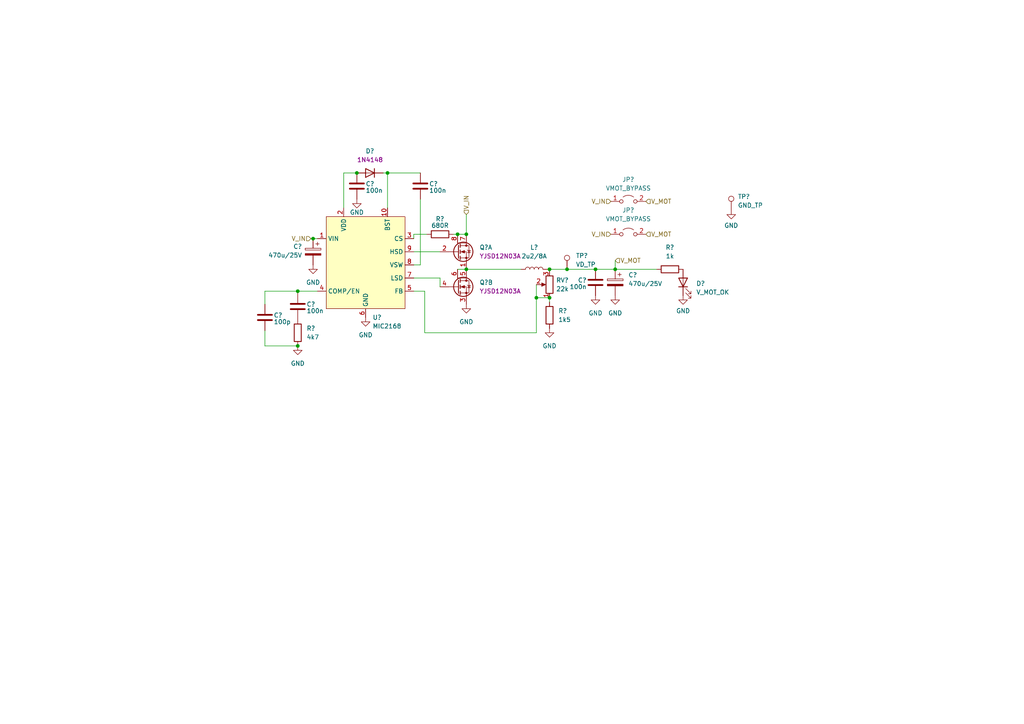
<source format=kicad_sch>
(kicad_sch (version 20230121) (generator eeschema)
  (paper "A4")
  (title_block (title "Motor Power Supply") (date "2023-04-06") (rev "V1.0") (comment 1 "Zuzanna Kunikowska") (comment 2 "Mateusz Wójcik"))
  (lib_symbols
    (symbol "Connector:TestPoint" (pin_numbers hide) (pin_names (offset 0.762) hide)
      (property "Reference" "TP" (at 0 6.858 0))
      (property "Value" "TestPoint" (at 0 5.08 0))
      (symbol "TestPoint_0_1"
        (circle (center 0 3.302) (radius 0.762))
      )
      (symbol "TestPoint_1_1"
        (pin passive line (at 0 0 90) (length 2.54) (name "1") (number "1"))
      )
    )
    (symbol "Device:C" (pin_numbers hide) (pin_names (offset 0.254))
      (property "Reference" "C" (at 0.635 2.54 0))
      (property "Value" "C" (at 0.635 -2.54 0))
      (symbol "C_0_1"
        (polyline (pts (xy -2.032 -0.762) (xy 2.032 -0.762)) (stroke (width 0.508)))
        (polyline (pts (xy -2.032 0.762) (xy 2.032 0.762)) (stroke (width 0.508)))
      )
      (symbol "C_1_1"
        (pin passive line (at 0 3.81 270) (length 2.794) (name "~") (number "1"))
        (pin passive line (at 0 -3.81 90) (length 2.794) (name "~") (number "2"))
      )
    )
    (symbol "Device:C_Polarized" (pin_numbers hide) (pin_names (offset 0.254))
      (property "Reference" "C" (at 0.635 2.54 0))
      (property "Value" "C_Polarized" (at 0.635 -2.54 0))
      (symbol "C_Polarized_0_1"
        (rectangle (start -2.286 0.508) (end 2.286 1.016))
        (polyline (pts (xy -1.778 2.286) (xy -0.762 2.286)))
        (polyline (pts (xy -1.27 2.794) (xy -1.27 1.778)))
        (rectangle (start 2.286 -0.508) (end -2.286 -1.016) (fill (type outline)))
      )
      (symbol "C_Polarized_1_1"
        (pin passive line (at 0 3.81 270) (length 2.794) (name "~") (number "1"))
        (pin passive line (at 0 -3.81 90) (length 2.794) (name "~") (number "2"))
      )
    )
    (symbol "Device:D" (pin_numbers hide) (pin_names (offset 1.016) hide)
      (property "Reference" "D" (at 0 2.54 0))
      (property "Value" "D" (at 0 -2.54 0))
      (symbol "D_0_1"
        (polyline (pts (xy -1.27 1.27) (xy -1.27 -1.27)) (stroke (width 0.254)))
        (polyline (pts (xy 1.27 0) (xy -1.27 0)))
        (polyline (pts (xy 1.27 1.27) (xy 1.27 -1.27) (xy -1.27 0) (xy 1.27 1.27)) (stroke (width 0.254)))
      )
      (symbol "D_1_1"
        (pin passive line (at -3.81 0 0) (length 2.54) (name "K") (number "1"))
        (pin passive line (at 3.81 0 180) (length 2.54) (name "A") (number "2"))
      )
    )
    (symbol "Device:L" (pin_numbers hide) (pin_names (offset 1.016) hide)
      (property "Reference" "L" (at -1.27 0 90))
      (property "Value" "L" (at 1.905 0 90))
      (symbol "L_0_1"
        (arc (start 0 -2.54) (mid 0.6323 -1.905) (end 0 -1.27))
        (arc (start 0 -1.27) (mid 0.6323 -0.635) (end 0 0))
        (arc (start 0 0) (mid 0.6323 0.635) (end 0 1.27))
        (arc (start 0 1.27) (mid 0.6323 1.905) (end 0 2.54))
      )
      (symbol "L_1_1"
        (pin passive line (at 0 3.81 270) (length 1.27) (name "1") (number "1"))
        (pin passive line (at 0 -3.81 90) (length 1.27) (name "2") (number "2"))
      )
    )
    (symbol "Device:LED" (pin_numbers hide) (pin_names (offset 1.016) hide)
      (property "Reference" "D" (at 0 2.54 0))
      (property "Value" "LED" (at 0 -2.54 0))
      (symbol "LED_0_1"
        (polyline (pts (xy -1.27 -1.27) (xy -1.27 1.27)) (stroke (width 0.254)))
        (polyline (pts (xy -1.27 0) (xy 1.27 0)))
        (polyline (pts (xy 1.27 -1.27) (xy 1.27 1.27) (xy -1.27 0) (xy 1.27 -1.27)) (stroke (width 0.254)))
        (polyline (pts (xy -3.048 -0.762) (xy -4.572 -2.286) (xy -3.81 -2.286) (xy -4.572 -2.286) (xy -4.572 -1.524)))
        (polyline (pts (xy -1.778 -0.762) (xy -3.302 -2.286) (xy -2.54 -2.286) (xy -3.302 -2.286) (xy -3.302 -1.524)))
      )
      (symbol "LED_1_1"
        (pin passive line (at -3.81 0 0) (length 2.54) (name "K") (number "1"))
        (pin passive line (at 3.81 0 180) (length 2.54) (name "A") (number "2"))
      )
    )
    (symbol "Device:R" (pin_numbers hide) (pin_names (offset 0))
      (property "Reference" "R" (at 2.032 0 90))
      (property "Value" "R" (at 0 0 90))
      (symbol "R_0_1"
        (rectangle (start -1.016 -2.54) (end 1.016 2.54) (stroke (width 0.254)))
      )
      (symbol "R_1_1"
        (pin passive line (at 0 3.81 270) (length 1.27) (name "~") (number "1"))
        (pin passive line (at 0 -3.81 90) (length 1.27) (name "~") (number "2"))
      )
    )
    (symbol "Device:R_Potentiometer" (pin_names (offset 1.016) hide)
      (property "Reference" "RV" (at -4.445 0 90))
      (property "Value" "R_Potentiometer" (at -2.54 0 90))
      (symbol "R_Potentiometer_0_1"
        (polyline (pts (xy 2.54 0) (xy 1.524 0)))
        (polyline (pts (xy 1.143 0) (xy 2.286 0.508) (xy 2.286 -0.508) (xy 1.143 0)) (fill (type outline)))
        (rectangle (start 1.016 2.54) (end -1.016 -2.54) (stroke (width 0.254)))
      )
      (symbol "R_Potentiometer_1_1"
        (pin passive line (at 0 3.81 270) (length 1.27) (name "1") (number "1"))
        (pin passive line (at 3.81 0 180) (length 1.27) (name "2") (number "2"))
        (pin passive line (at 0 -3.81 90) (length 1.27) (name "3") (number "3"))
      )
    )
    (symbol "Jumper:Jumper_2_Open" (pin_names (offset 0) hide)
      (property "Reference" "JP" (at 0 2.794 0))
      (property "Value" "Jumper_2_Open" (at 0 -2.286 0))
      (symbol "Jumper_2_Open_0_0"
        (circle (center -2.032 0) (radius 0.508))
        (circle (center 2.032 0) (radius 0.508))
      )
      (symbol "Jumper_2_Open_0_1"
        (arc (start 1.524 1.27) (mid 0 1.778) (end -1.524 1.27))
      )
      (symbol "Jumper_2_Open_1_1"
        (pin passive line (at -5.08 0 0) (length 2.54) (name "A") (number "1"))
        (pin passive line (at 5.08 0 180) (length 2.54) (name "B") (number "2"))
      )
    )
    (symbol "kicad-library:MIC2168"
      (property "Reference" "U?" (at 8.3694 -35.56 0))
      (property "Value" "MIC2168" (at 8.3694 -38.1 0))
      (symbol "MIC2168_0_1"
        (rectangle (start -5.08 -6.35) (end 17.78 -33.02) (fill (type background)))
      )
      (symbol "MIC2168_1_1"
        (pin power_in line (at -7.62 -12.7 0) (length 2.54) (name "VIN") (number "1"))
        (pin power_out line (at 12.7 -3.81 270) (length 2.54) (name "BST") (number "10"))
        (pin power_out line (at 0 -3.81 270) (length 2.54) (name "VDD") (number "2"))
        (pin input line (at 20.32 -12.7 180) (length 2.54) (name "CS") (number "3"))
        (pin input line (at -7.62 -27.94 0) (length 2.54) (name "COMP/EN") (number "4"))
        (pin input line (at 20.32 -27.94 180) (length 2.54) (name "FB") (number "5"))
        (pin power_out line (at 6.35 -35.56 90) (length 2.54) (name "GND") (number "6"))
        (pin output line (at 20.32 -24.13 180) (length 2.54) (name "LSD") (number "7"))
        (pin input line (at 20.32 -20.32 180) (length 2.54) (name "VSW") (number "8"))
        (pin output line (at 20.32 -16.51 180) (length 2.54) (name "HSD") (number "9"))
      )
    )
    (symbol "kicad-library:YJSD12N03A" (pin_names (offset 0) hide)
      (property "Reference" "Q" (at 5.08 1.27 0))
      (property "MPN" "YJSD12N03A" (at 0 0 0))
      (symbol "YJSD12N03A_0_1"
        (polyline (pts (xy 0.254 0) (xy -2.54 0)))
        (polyline (pts (xy 0.254 1.905) (xy 0.254 -1.905)) (stroke (width 0.254)))
        (polyline (pts (xy 0.762 -1.27) (xy 0.762 -2.286)) (stroke (width 0.254)))
        (polyline (pts (xy 0.762 0.508) (xy 0.762 -0.508)) (stroke (width 0.254)))
        (polyline (pts (xy 0.762 2.286) (xy 0.762 1.27)) (stroke (width 0.254)))
        (polyline (pts (xy 2.54 2.54) (xy 2.54 1.778)))
        (polyline (pts (xy 2.54 -2.54) (xy 2.54 0) (xy 0.762 0)))
        (polyline (pts (xy 0.762 -1.778) (xy 3.302 -1.778) (xy 3.302 1.778) (xy 0.762 1.778)))
        (polyline (pts (xy 1.016 0) (xy 2.032 0.381) (xy 2.032 -0.381) (xy 1.016 0)) (fill (type outline)))
        (polyline (pts (xy 2.794 0.508) (xy 2.921 0.381) (xy 3.683 0.381) (xy 3.81 0.254)))
        (polyline (pts (xy 3.302 0.381) (xy 2.921 -0.254) (xy 3.683 -0.254) (xy 3.302 0.381)))
        (circle (center 1.651 0) (radius 2.794) (stroke (width 0.254)))
        (circle (center 2.54 -1.778) (radius 0.254) (fill (type outline)))
        (circle (center 2.54 1.778) (radius 0.254) (fill (type outline)))
      )
      (symbol "YJSD12N03A_1_1"
        (polyline (pts (xy 0 2.54) (xy 2.54 2.54)))
        (pin passive line (at 2.54 -5.08 90) (length 2.54) (name "S1") (number "1"))
        (pin input line (at -5.08 0 0) (length 2.54) (name "G1") (number "2"))
        (pin passive line (at 2.54 5.08 270) (length 2.54) (name "D1") (number "7"))
        (pin passive line (at 0 5.08 270) (length 2.54) (name "D1") (number "8"))
      )
      (symbol "YJSD12N03A_2_1"
        (polyline (pts (xy 0 2.54) (xy 2.54 2.54)))
        (pin passive line (at 2.54 -5.08 90) (length 2.54) (name "S2") (number "3"))
        (pin input line (at -5.08 0 0) (length 2.54) (name "G2") (number "4"))
        (pin passive line (at 2.54 5.08 270) (length 2.54) (name "D2") (number "5"))
        (pin passive line (at 0 5.08 270) (length 2.54) (name "D2") (number "6"))
      )
    )
    (symbol "power:GND" (power) (pin_names (offset 0))
      (property "Value" "GND" (at 0 -3.81 0))
      (symbol "GND_0_1"
        (polyline (pts (xy 0 0) (xy 0 -1.27) (xy 1.27 -1.27) (xy 0 -2.54) (xy -1.27 -1.27) (xy 0 -1.27)))
      )
      (symbol "GND_1_1"
        (pin power_in line (at 0 0 270) (length 0) hide (name "GND") (number "1"))
      )
    )
  )
  (junction (at 135.255 78.105))
  (junction (at 103.505 50.165))
  (junction (at 155.575 86.36))
  (junction (at 164.465 78.105))
  (junction (at 112.395 50.165))
  (junction (at 90.805 69.215))
  (junction (at 159.385 78.105))
  (junction (at 135.255 67.945))
  (junction (at 172.72 78.105))
  (junction (at 159.385 86.36))
  (junction (at 86.36 100.33))
  (junction (at 86.36 84.455))
  (junction (at 132.715 67.945))
  (junction (at 178.435 78.105))
  (wire (pts (xy 90.17 69.215) (xy 90.805 69.215)))
  (wire (pts (xy 159.385 78.105) (xy 159.385 78.74)))
  (wire (pts (xy 178.435 78.105) (xy 190.5 78.105)))
  (wire (pts (xy 121.92 57.785) (xy 121.92 76.835)))
  (wire (pts (xy 132.715 67.945) (xy 135.255 67.945)))
  (wire (pts (xy 112.395 50.165) (xy 112.395 60.325)))
  (wire (pts (xy 112.395 50.165) (xy 121.92 50.165)))
  (wire (pts (xy 155.575 82.55) (xy 155.575 86.36)))
  (wire (pts (xy 159.385 86.36) (xy 159.385 87.63)))
  (wire (pts (xy 90.805 69.215) (xy 92.075 69.215)))
  (wire (pts (xy 120.015 67.945) (xy 120.015 69.215)))
  (wire (pts (xy 120.015 73.025) (xy 127.635 73.025)))
  (wire (pts (xy 76.835 88.265) (xy 76.835 84.455)))
  (wire (pts (xy 155.575 86.36) (xy 159.385 86.36)))
  (wire (pts (xy 127.635 83.185) (xy 127.635 80.645)))
  (wire (pts (xy 92.075 84.455) (xy 86.36 84.455)))
  (wire (pts (xy 123.19 96.52) (xy 155.575 96.52)))
  (wire (pts (xy 99.695 60.325) (xy 99.695 50.165)))
  (wire (pts (xy 131.445 67.945) (xy 132.715 67.945)))
  (wire (pts (xy 76.835 84.455) (xy 86.36 84.455)))
  (wire (pts (xy 158.75 78.105) (xy 159.385 78.105)))
  (wire (pts (xy 135.255 62.23) (xy 135.255 67.945)))
  (wire (pts (xy 135.255 78.105) (xy 151.13 78.105)))
  (wire (pts (xy 111.125 50.165) (xy 112.395 50.165)))
  (wire (pts (xy 76.835 95.885) (xy 76.835 100.33)))
  (wire (pts (xy 132.715 78.105) (xy 135.255 78.105)))
  (wire (pts (xy 172.72 78.105) (xy 178.435 78.105)))
  (wire (pts (xy 121.92 76.835) (xy 120.015 76.835)))
  (wire (pts (xy 159.385 78.105) (xy 164.465 78.105)))
  (wire (pts (xy 76.835 100.33) (xy 86.36 100.33)))
  (wire (pts (xy 99.695 50.165) (xy 103.505 50.165)))
  (wire (pts (xy 178.435 75.565) (xy 178.435 78.105)))
  (wire (pts (xy 123.825 67.945) (xy 120.015 67.945)))
  (wire (pts (xy 123.19 84.455) (xy 120.015 84.455)))
  (wire (pts (xy 86.36 84.455) (xy 86.36 85.09)))
  (wire (pts (xy 164.465 78.105) (xy 172.72 78.105)))
  (wire (pts (xy 123.19 84.455) (xy 123.19 96.52)))
  (wire (pts (xy 127.635 80.645) (xy 120.015 80.645)))
  (wire (pts (xy 155.575 96.52) (xy 155.575 86.36)))
  (hierarchical_label "V_IN" (shape input) (at 177.165 67.945 180))
  (hierarchical_label "V_IN" (shape input) (at 135.255 62.23 90))
  (hierarchical_label "V_IN" (shape input) (at 90.17 69.215 180))
  (hierarchical_label "V_IN" (shape input) (at 177.165 58.42 180))
  (hierarchical_label "V_MOT" (shape input) (at 187.325 58.42 0))
  (hierarchical_label "V_MOT" (shape input) (at 187.325 67.945 0))
  (hierarchical_label "V_MOT" (shape input) (at 178.435 75.565 0))
  (symbol (lib_id "Device:D") (at 107.315 50.165 180) (unit 1)
    (property "Reference" "D?" (at 107.315 43.815 0))
    (property "Value" "D" (effects hide))
    (property "Footprint" "Diode_SMD:D_1206_3216Metric" (effects hide))
    (property "Datasheet" "https://www.vishay.com/docs/81857/1n4148.pdf" (effects hide))
    (property "MPN" "1N4148" (at 107.315 46.355 0))
    (instances (project "Robot_Controller_PCB" (path "" (reference "D?") (unit 1))) (project "Scout_Robot_Motor_Driver" (path "" (reference "D1") (unit 1)) (path "" (reference "D25") (unit 1))) (project "Scout_Robot_Controller" (path "" (reference "D7") (unit 1))))
  )
  (symbol (lib_id "Device:C") (at 86.36 88.9 0) (unit 1)
    (property "Reference" "C?" (at 88.9 88.265 0) (effects (justify left)))
    (property "Value" "100n" (at 88.9 90.17 0) (effects (justify left)))
    (property "Footprint" "Capacitor_SMD:C_0805_2012Metric" (effects hide))
    (instances (project "Robot_Controller_PCB" (path "" (reference "C?") (unit 1))) (project "Scout_Robot_Motor_Driver" (path "" (reference "C2") (unit 1)) (path "" (reference "C25") (unit 1))) (project "Scout_Robot_Controller" (path "" (reference "C14") (unit 1))))
  )
  (symbol (lib_id "power:GND") (at 159.385 95.25 0) (unit 1)
    (property "Reference" "#PWR?" (effects hide))
    (property "Value" "GND" (at 159.385 100.33 0))
    (instances (project "Robot_Controller_PCB" (path "" (reference "#PWR?") (unit 1))) (project "Scout_Robot_Motor_Driver" (path "" (reference "#PWR05") (unit 1)) (path "" (reference "#PWR052") (unit 1))) (project "Scout_Robot_Controller" (path "" (reference "#PWR0110") (unit 1))))
  )
  (symbol (lib_id "power:GND") (at 90.805 76.835 0) (unit 1)
    (property "Reference" "#PWR?" (effects hide))
    (property "Value" "GND" (at 90.805 81.915 0))
    (instances (project "Robot_Controller_PCB" (path "" (reference "#PWR?") (unit 1))) (project "Scout_Robot_Motor_Driver" (path "" (reference "#PWR07") (unit 1)) (path "" (reference "#PWR065") (unit 1))) (project "Scout_Robot_Controller" (path "" (reference "#PWR0113") (unit 1))))
  )
  (symbol (lib_id "kicad-library:YJSD12N03A") (at 132.715 83.185 0) (unit 2)
    (property "Reference" "Q?" (at 139.065 81.9149 0) (effects (justify left)))
    (property "Value" "YJSD12N03A" (effects hide))
    (property "Footprint" "Package_SO:SOIC-8_3.9x4.9mm_P1.27mm" (effects hide))
    (property "Datasheet" "https://www.tme.eu/Document/786d60e22b517677ac40b580e83fbbde/YJSD12N03A.pdf" (effects hide))
    (property "MPN" "YJSD12N03A" (at 139.065 84.4549 0) (effects (justify left)))
    (instances (project "Robot_Controller_PCB" (path "" (reference "Q?") (unit 2))) (project "Scout_Robot_Motor_Driver" (path "" (reference "Q1") (unit 2)) (path "" (reference "Q13") (unit 2))) (project "Scout_Robot_Controller" (path "" (reference "Q6") (unit 2))))
  )
  (symbol (lib_id "power:GND") (at 178.435 85.725 0) (unit 1)
    (property "Reference" "#PWR?" (effects hide))
    (property "Value" "GND" (at 178.435 90.805 0))
    (instances (project "Robot_Controller_PCB" (path "" (reference "#PWR?") (unit 1))) (project "Scout_Robot_Motor_Driver" (path "" (reference "#PWR07") (unit 1)) (path "" (reference "#PWR054") (unit 1))) (project "Scout_Robot_Controller" (path "" (reference "#PWR0113") (unit 1))))
  )
  (symbol (lib_id "Device:R") (at 194.31 78.105 90) (unit 1)
    (property "Reference" "R?" (at 194.31 71.755 90))
    (property "Value" "1k" (at 194.31 74.295 90))
    (property "Footprint" "Resistor_SMD:R_0805_2012Metric" (effects hide))
    (instances (project "Robot_Controller_PCB" (path "" (reference "R?") (unit 1))) (project "Scout_Robot_Motor_Driver" (path "" (reference "R4") (unit 1)) (path "" (reference "R44") (unit 1))) (project "Scout_Robot_Controller" (path "" (reference "R48") (unit 1))))
  )
  (symbol (lib_id "Device:R_Potentiometer") (at 159.385 82.55 180) (unit 1)
    (property "Reference" "RV?" (at 161.29 81.2799 0) (effects (justify right)))
    (property "Value" "22k" (at 161.29 83.8199 0) (effects (justify right)))
    (property "Footprint" "Potentiometer_THT:Potentiometer_Bourns_3296W_Vertical" (effects hide))
    (instances (project "Robot_Controller_PCB" (path "" (reference "RV?") (unit 1))) (project "Scout_Robot_Motor_Driver" (path "" (reference "RV1") (unit 1)) (path "" (reference "RV1") (unit 1))) (project "Scout_Robot_Controller" (path "" (reference "RV3") (unit 1))))
  )
  (symbol (lib_id "Jumper:Jumper_2_Open") (at 182.245 67.945 0) (unit 1)
    (property "Reference" "JP?" (at 182.245 60.96 0))
    (property "Value" "VMOT_BYPASS" (at 182.245 63.5 0))
    (property "Footprint" "Jumper:SolderJumper-2_P1.3mm_Open_RoundedPad1.0x1.5mm" (effects hide))
    (instances (project "Robot_Controller_PCB" (path "" (reference "JP?") (unit 1))) (project "Scout_Robot_Motor_Driver" (path "" (reference "JP2") (unit 1)) (path "" (reference "JP2") (unit 1))) (project "Scout_Robot_Controller" (path "" (reference "JP14") (unit 1))))
  )
  (symbol (lib_id "Device:R") (at 86.36 96.52 180) (unit 1)
    (property "Reference" "R?" (at 88.9 95.2499 0) (effects (justify right)))
    (property "Value" "4k7" (at 88.9 97.7899 0) (effects (justify right)))
    (property "Footprint" "Resistor_SMD:R_0805_2012Metric" (effects hide))
    (instances (project "Robot_Controller_PCB" (path "" (reference "R?") (unit 1))) (project "Scout_Robot_Motor_Driver" (path "" (reference "R1") (unit 1)) (path "" (reference "R41") (unit 1))) (project "Scout_Robot_Controller" (path "" (reference "R42") (unit 1))))
  )
  (symbol (lib_id "power:GND") (at 86.36 100.33 0) (unit 1)
    (property "Reference" "#PWR?" (effects hide))
    (property "Value" "GND" (at 86.36 105.41 0))
    (instances (project "Robot_Controller_PCB" (path "" (reference "#PWR?") (unit 1))) (project "Scout_Robot_Motor_Driver" (path "" (reference "#PWR01") (unit 1)) (path "" (reference "#PWR048") (unit 1))) (project "Scout_Robot_Controller" (path "" (reference "#PWR0101") (unit 1))))
  )
  (symbol (lib_id "kicad-library:YJSD12N03A") (at 132.715 73.025 0) (unit 1)
    (property "Reference" "Q?" (at 139.065 71.7549 0) (effects (justify left)))
    (property "Value" "YJSD12N03A" (effects hide))
    (property "Footprint" "Package_SO:SOIC-8_3.9x4.9mm_P1.27mm" (effects hide))
    (property "Datasheet" "https://www.tme.eu/Document/786d60e22b517677ac40b580e83fbbde/YJSD12N03A.pdf" (effects hide))
    (property "MPN" "YJSD12N03A" (at 139.065 74.2949 0) (effects (justify left)))
    (instances (project "Robot_Controller_PCB" (path "" (reference "Q?") (unit 1))) (project "Scout_Robot_Motor_Driver" (path "" (reference "Q1") (unit 1)) (path "" (reference "Q13") (unit 1))) (project "Scout_Robot_Controller" (path "" (reference "Q6") (unit 1))))
  )
  (symbol (lib_id "power:GND") (at 172.72 85.725 0) (unit 1)
    (property "Reference" "#PWR?" (effects hide))
    (property "Value" "GND" (at 172.72 90.805 0))
    (instances (project "Robot_Controller_PCB" (path "" (reference "#PWR?") (unit 1))) (project "Scout_Robot_Motor_Driver" (path "" (reference "#PWR06") (unit 1)) (path "" (reference "#PWR053") (unit 1))) (project "Scout_Robot_Controller" (path "" (reference "#PWR0111") (unit 1))))
  )
  (symbol (lib_id "Device:L") (at 154.94 78.105 90) (unit 1)
    (property "Reference" "L?" (at 154.94 71.755 90))
    (property "Value" "2u2/8A" (at 154.94 74.295 90))
    (property "Footprint" "kicad_library:FERROCORE_HP0630" (effects hide))
    (instances (project "Robot_Controller_PCB" (path "" (reference "L?") (unit 1))) (project "Scout_Robot_Motor_Driver" (path "" (reference "L1") (unit 1)) (path "" (reference "L1") (unit 1))) (project "Scout_Robot_Controller" (path "" (reference "L3") (unit 1))))
  )
  (symbol (lib_id "Connector:TestPoint") (at 212.09 60.96 0) (unit 1)
    (property "Reference" "TP?" (at 213.995 57.023 0) (effects (justify left)))
    (property "Value" "GND_TP" (at 213.995 59.563 0) (effects (justify left)))
    (property "Footprint" "TestPoint:TestPoint_Pad_D2.0mm" (effects hide))
    (instances (project "Robot_Controller_PCB" (path "" (reference "TP?") (unit 1))) (project "Scout_Robot_Motor_Driver" (path "" (reference "TP2") (unit 1)) (path "" (reference "TP6") (unit 1))) (project "Scout_Robot_Controller" (path "" (reference "TP?") (unit 1)) (path "" (reference "TP20") (unit 1))))
  )
  (symbol (lib_id "power:GND") (at 103.505 57.785 0) (unit 1)
    (property "Reference" "#PWR?" (effects hide))
    (property "Value" "GND" (at 103.505 61.595 0))
    (instances (project "Robot_Controller_PCB" (path "" (reference "#PWR?") (unit 1))) (project "Scout_Robot_Motor_Driver" (path "" (reference "#PWR02") (unit 1)) (path "" (reference "#PWR049") (unit 1))) (project "Scout_Robot_Controller" (path "" (reference "#PWR0104") (unit 1))))
  )
  (symbol (lib_id "Device:LED") (at 198.12 81.915 90) (unit 1)
    (property "Reference" "D?" (at 201.93 82.2324 90) (effects (justify right)))
    (property "Value" "V_MOT_OK" (at 201.93 84.7724 90) (effects (justify right)))
    (property "Footprint" "LED_SMD:LED_0805_2012Metric" (effects hide))
    (instances (project "Robot_Controller_PCB" (path "" (reference "D?") (unit 1))) (project "Scout_Robot_Motor_Driver" (path "" (reference "D2") (unit 1)) (path "" (reference "D26") (unit 1))) (project "Scout_Robot_Controller" (path "" (reference "D9") (unit 1))))
  )
  (symbol (lib_id "Jumper:Jumper_2_Open") (at 182.245 58.42 0) (unit 1)
    (property "Reference" "JP?" (at 182.245 52.07 0))
    (property "Value" "VMOT_BYPASS" (at 182.245 54.61 0))
    (property "Footprint" "Jumper:SolderJumper-2_P1.3mm_Open_RoundedPad1.0x1.5mm" (effects hide))
    (instances (project "Robot_Controller_PCB" (path "" (reference "JP?") (unit 1))) (project "Scout_Robot_Motor_Driver" (path "" (reference "JP1") (unit 1)) (path "" (reference "JP1") (unit 1))) (project "Scout_Robot_Controller" (path "" (reference "JP13") (unit 1))))
  )
  (symbol (lib_id "power:GND") (at 135.255 88.265 0) (unit 1)
    (property "Reference" "#PWR?" (effects hide))
    (property "Value" "GND" (at 135.255 93.345 0))
    (instances (project "Robot_Controller_PCB" (path "" (reference "#PWR?") (unit 1))) (project "Scout_Robot_Motor_Driver" (path "" (reference "#PWR04") (unit 1)) (path "" (reference "#PWR051") (unit 1))) (project "Scout_Robot_Controller" (path "" (reference "#PWR0107") (unit 1))))
  )
  (symbol (lib_id "power:GND") (at 106.045 92.075 0) (unit 1)
    (property "Reference" "#PWR?" (effects hide))
    (property "Value" "GND" (at 106.045 97.155 0))
    (instances (project "Robot_Controller_PCB" (path "" (reference "#PWR?") (unit 1))) (project "Scout_Robot_Motor_Driver" (path "" (reference "#PWR03") (unit 1)) (path "" (reference "#PWR050") (unit 1))) (project "Scout_Robot_Controller" (path "" (reference "#PWR0105") (unit 1))))
  )
  (symbol (lib_id "power:GND") (at 198.12 85.725 0) (unit 1)
    (property "Reference" "#PWR?" (effects hide))
    (property "Value" "GND" (at 198.12 90.17 0))
    (instances (project "Robot_Controller_PCB" (path "" (reference "#PWR?") (unit 1))) (project "Scout_Robot_Motor_Driver" (path "" (reference "#PWR08") (unit 1)) (path "" (reference "#PWR055") (unit 1))) (project "Scout_Robot_Controller" (path "" (reference "#PWR0115") (unit 1))))
  )
  (symbol (lib_id "power:GND") (at 212.09 60.96 0) (unit 1)
    (property "Reference" "#PWR?" (effects hide))
    (property "Value" "GND" (at 212.09 65.405 0))
    (instances (project "Robot_Controller_PCB" (path "" (reference "#PWR?") (unit 1))) (project "Scout_Robot_Motor_Driver" (path "" (reference "#PWR09") (unit 1)) (path "" (reference "#PWR056") (unit 1))) (project "Scout_Robot_Controller" (path "" (reference "#PWR0116") (unit 1))))
  )
  (symbol (lib_id "Device:C_Polarized") (at 178.435 81.915 0) (mirror y) (unit 1)
    (property "Reference" "C?" (at 182.245 79.7559 0) (effects (justify right)))
    (property "Value" "470u/25V" (at 182.245 82.2959 0) (effects (justify right)))
    (property "Footprint" "Capacitor_THT:CP_Radial_D10.0mm_P5.00mm" (effects hide))
    (instances (project "Robot_Controller_PCB" (path "" (reference "C?") (unit 1))) (project "Scout_Robot_Motor_Driver" (path "" (reference "C6") (unit 1)) (path "" (reference "C29") (unit 1))) (project "Scout_Robot_Controller" (path "" (reference "C23") (unit 1))))
  )
  (symbol (lib_id "Device:C_Polarized") (at 90.805 73.025 0) (mirror y) (unit 1)
    (property "Reference" "C?" (at 87.63 71.501 0) (effects (justify left)))
    (property "Value" "470u/25V" (at 87.63 74.041 0) (effects (justify left)))
    (property "Footprint" "Capacitor_THT:CP_Radial_D10.0mm_P5.00mm" (effects hide))
    (instances (project "Robot_Controller_PCB" (path "" (reference "C?") (unit 1))) (project "Scout_Robot_Motor_Driver" (path "" (reference "C6") (unit 1)) (path "" (reference "C36") (unit 1))) (project "Scout_Robot_Controller" (path "" (reference "C23") (unit 1))))
  )
  (symbol (lib_id "Connector:TestPoint") (at 164.465 78.105 0) (unit 1)
    (property "Reference" "TP?" (at 167.005 74.168 0) (effects (justify left)))
    (property "Value" "VD_TP" (at 167.005 76.708 0) (effects (justify left)))
    (property "Footprint" "TestPoint:TestPoint_Pad_D2.0mm" (effects hide))
    (instances (project "Robot_Controller_PCB" (path "" (reference "TP?") (unit 1))) (project "Scout_Robot_Motor_Driver" (path "" (reference "TP1") (unit 1)) (path "" (reference "TP5") (unit 1))) (project "Scout_Robot_Controller" (path "" (reference "TP?") (unit 1)) (path "" (reference "TP19") (unit 1))))
  )
  (symbol (lib_id "Device:C") (at 172.72 81.915 0) (mirror y) (unit 1)
    (property "Reference" "C?" (at 170.18 81.28 0) (effects (justify left)))
    (property "Value" "100n" (at 170.18 83.185 0) (effects (justify left)))
    (property "Footprint" "Capacitor_SMD:C_0805_2012Metric" (effects hide))
    (instances (project "Robot_Controller_PCB" (path "" (reference "C?") (unit 1))) (project "Scout_Robot_Motor_Driver" (path "" (reference "C5") (unit 1)) (path "" (reference "C28") (unit 1))) (project "Scout_Robot_Controller" (path "" (reference "C21") (unit 1))))
  )
  (symbol (lib_id "Device:R") (at 127.635 67.945 90) (unit 1)
    (property "Reference" "R?" (at 127.635 63.5 90))
    (property "Value" "680R" (at 127.635 65.405 90))
    (property "Footprint" "Resistor_SMD:R_0805_2012Metric" (effects hide))
    (instances (project "Robot_Controller_PCB" (path "" (reference "R?") (unit 1))) (project "Scout_Robot_Motor_Driver" (path "" (reference "R2") (unit 1)) (path "" (reference "R42") (unit 1))) (project "Scout_Robot_Controller" (path "" (reference "R43") (unit 1))))
  )
  (symbol (lib_id "Device:C") (at 103.505 53.975 0) (unit 1)
    (property "Reference" "C?" (at 106.045 53.34 0) (effects (justify left)))
    (property "Value" "100n" (at 106.045 55.245 0) (effects (justify left)))
    (property "Footprint" "Capacitor_SMD:C_0805_2012Metric" (effects hide))
    (instances (project "Robot_Controller_PCB" (path "" (reference "C?") (unit 1))) (project "Scout_Robot_Motor_Driver" (path "" (reference "C3") (unit 1)) (path "" (reference "C26") (unit 1))) (project "Scout_Robot_Controller" (path "" (reference "C17") (unit 1))))
  )
  (symbol (lib_id "Device:C") (at 76.835 92.075 0) (unit 1)
    (property "Reference" "C?" (at 79.375 91.44 0) (effects (justify left)))
    (property "Value" "100p" (at 79.375 93.345 0) (effects (justify left)))
    (property "Footprint" "Capacitor_SMD:C_0805_2012Metric" (effects hide))
    (instances (project "Robot_Controller_PCB" (path "" (reference "C?") (unit 1))) (project "Scout_Robot_Motor_Driver" (path "" (reference "C1") (unit 1)) (path "" (reference "C24") (unit 1))) (project "Scout_Robot_Controller" (path "" (reference "C13") (unit 1))))
  )
  (symbol (lib_id "Device:C") (at 121.92 53.975 0) (unit 1)
    (property "Reference" "C?" (at 124.46 53.34 0) (effects (justify left)))
    (property "Value" "100n" (at 124.46 55.245 0) (effects (justify left)))
    (property "Footprint" "Capacitor_SMD:C_0805_2012Metric" (effects hide))
    (instances (project "Robot_Controller_PCB" (path "" (reference "C?") (unit 1))) (project "Scout_Robot_Motor_Driver" (path "" (reference "C4") (unit 1)) (path "" (reference "C27") (unit 1))) (project "Scout_Robot_Controller" (path "" (reference "C18") (unit 1))))
  )
  (symbol (lib_id "Device:R") (at 159.385 91.44 0) (unit 1)
    (property "Reference" "R?" (at 161.925 90.1699 0) (effects (justify left)))
    (property "Value" "1k5" (at 161.925 92.7099 0) (effects (justify left)))
    (property "Footprint" "Resistor_SMD:R_1206_3216Metric" (effects hide))
    (instances (project "Robot_Controller_PCB" (path "" (reference "R?") (unit 1))) (project "Scout_Robot_Motor_Driver" (path "" (reference "R3") (unit 1)) (path "" (reference "R43") (unit 1))) (project "Scout_Robot_Controller" (path "" (reference "R46") (unit 1))))
  )
  (symbol (lib_id "kicad-library:MIC2168") (at 99.695 56.515 0) (unit 1)
    (property "Reference" "U?" (at 108.0644 92.075 0) (effects (justify left)))
    (property "Value" "MIC2168" (at 108.0644 94.615 0) (effects (justify left)))
    (property "Footprint" "Package_SO:MSOP-10_3x3mm_P0.5mm" (effects hide))
    (property "Datasheet" "https://www.tme.eu/Document/94dea265b623b996dcd5d37cc724b564/mic2168.pdf" (effects hide))
    (instances (project "Robot_Controller_PCB" (path "" (reference "U?") (unit 1))) (project "Scout_Robot_Motor_Driver" (path "" (reference "U1") (unit 1)) (path "" (reference "U12") (unit 1))) (project "Scout_Robot_Controller" (path "" (reference "U5") (unit 1))))
  )
)
</source>
